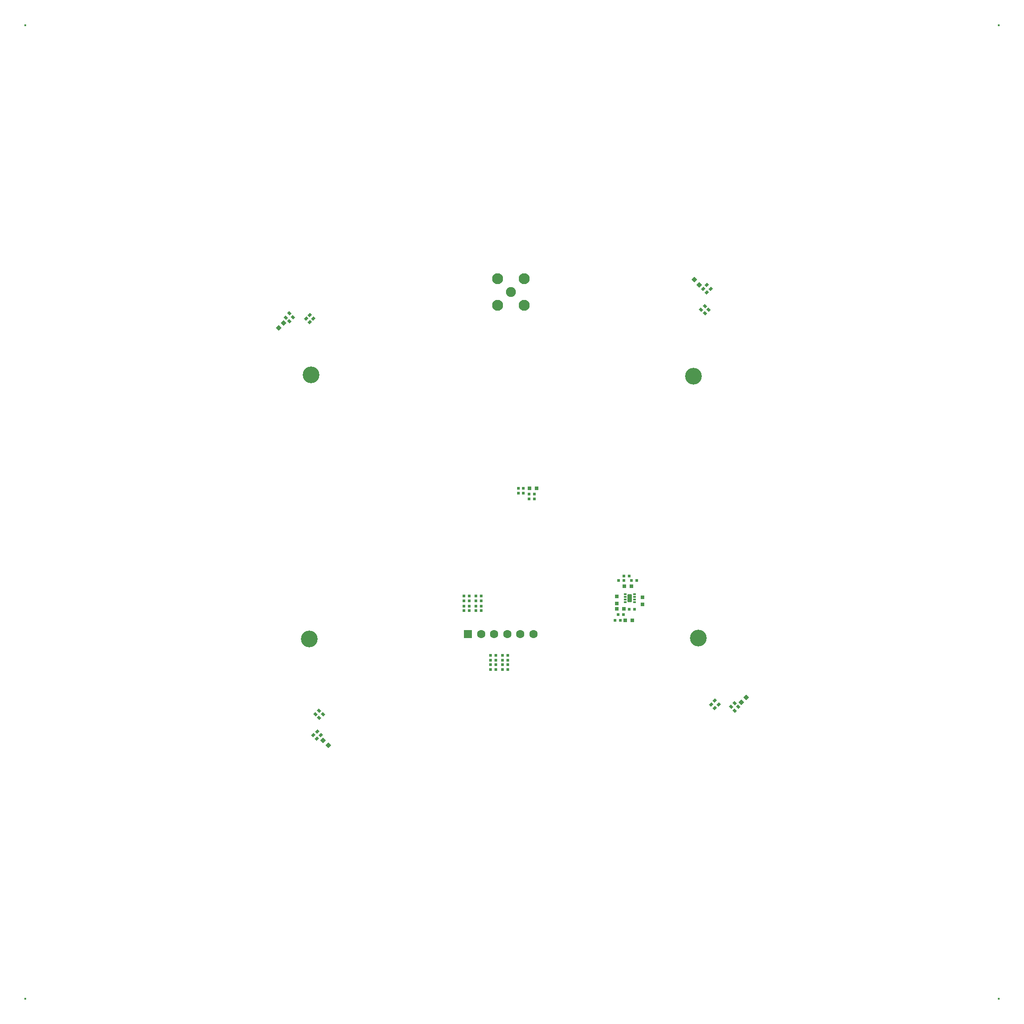
<source format=gbr>
G04*
G04 #@! TF.GenerationSoftware,Altium Limited,Altium Designer,25.0.2 (28)*
G04*
G04 Layer_Color=255*
%FSLAX24Y24*%
%MOIN*%
G70*
G04*
G04 #@! TF.SameCoordinates,4B7BC283-7035-4C9F-97D5-5998C8FB6373*
G04*
G04*
G04 #@! TF.FilePolarity,Positive*
G04*
G01*
G75*
%ADD14R,0.0236X0.0217*%
G04:AMPARAMS|DCode=20|XSize=19.7mil|YSize=23.6mil|CornerRadius=0mil|HoleSize=0mil|Usage=FLASHONLY|Rotation=135.000|XOffset=0mil|YOffset=0mil|HoleType=Round|Shape=Rectangle|*
%AMROTATEDRECTD20*
4,1,4,0.0153,0.0014,-0.0014,-0.0153,-0.0153,-0.0014,0.0014,0.0153,0.0153,0.0014,0.0*
%
%ADD20ROTATEDRECTD20*%

G04:AMPARAMS|DCode=22|XSize=19.7mil|YSize=23.6mil|CornerRadius=0mil|HoleSize=0mil|Usage=FLASHONLY|Rotation=45.000|XOffset=0mil|YOffset=0mil|HoleType=Round|Shape=Rectangle|*
%AMROTATEDRECTD22*
4,1,4,0.0014,-0.0153,-0.0153,0.0014,-0.0014,0.0153,0.0153,-0.0014,0.0014,-0.0153,0.0*
%
%ADD22ROTATEDRECTD22*%

%ADD70C,0.0630*%
%ADD71R,0.0600X0.0630*%
%ADD72C,0.0748*%
%ADD73C,0.0827*%
%ADD74C,0.0157*%
%ADD75C,0.1260*%
%ADD80R,0.0236X0.0197*%
G04:AMPARAMS|DCode=81|XSize=11.8mil|YSize=21.7mil|CornerRadius=3mil|HoleSize=0mil|Usage=FLASHONLY|Rotation=270.000|XOffset=0mil|YOffset=0mil|HoleType=Round|Shape=RoundedRectangle|*
%AMROUNDEDRECTD81*
21,1,0.0118,0.0157,0,0,270.0*
21,1,0.0059,0.0217,0,0,270.0*
1,1,0.0059,-0.0079,-0.0030*
1,1,0.0059,-0.0079,0.0030*
1,1,0.0059,0.0079,0.0030*
1,1,0.0059,0.0079,-0.0030*
%
%ADD81ROUNDEDRECTD81*%
G04:AMPARAMS|DCode=82|XSize=63mil|YSize=33.5mil|CornerRadius=8.4mil|HoleSize=0mil|Usage=FLASHONLY|Rotation=270.000|XOffset=0mil|YOffset=0mil|HoleType=Round|Shape=RoundedRectangle|*
%AMROUNDEDRECTD82*
21,1,0.0630,0.0167,0,0,270.0*
21,1,0.0463,0.0335,0,0,270.0*
1,1,0.0167,-0.0084,-0.0231*
1,1,0.0167,-0.0084,0.0231*
1,1,0.0167,0.0084,0.0231*
1,1,0.0167,0.0084,-0.0231*
%
%ADD82ROUNDEDRECTD82*%
%ADD83R,0.0295X0.0315*%
G04:AMPARAMS|DCode=84|XSize=31.5mil|YSize=29.5mil|CornerRadius=0mil|HoleSize=0mil|Usage=FLASHONLY|Rotation=225.000|XOffset=0mil|YOffset=0mil|HoleType=Round|Shape=Rectangle|*
%AMROTATEDRECTD84*
4,1,4,0.0007,0.0216,0.0216,0.0007,-0.0007,-0.0216,-0.0216,-0.0007,0.0007,0.0216,0.0*
%
%ADD84ROTATEDRECTD84*%

G04:AMPARAMS|DCode=85|XSize=31.5mil|YSize=29.5mil|CornerRadius=0mil|HoleSize=0mil|Usage=FLASHONLY|Rotation=135.000|XOffset=0mil|YOffset=0mil|HoleType=Round|Shape=Rectangle|*
%AMROTATEDRECTD85*
4,1,4,0.0216,-0.0007,0.0007,-0.0216,-0.0216,0.0007,-0.0007,0.0216,0.0216,-0.0007,0.0*
%
%ADD85ROTATEDRECTD85*%

%ADD86R,0.0315X0.0295*%
D14*
X36114Y31912D02*
D03*
X35720D02*
D03*
X36626Y31912D02*
D03*
X37020D02*
D03*
X38122Y28558D02*
D03*
X37728D02*
D03*
X38634D02*
D03*
X39028D02*
D03*
X47768Y34542D02*
D03*
X48161D02*
D03*
X48713Y34188D02*
D03*
X48319D02*
D03*
X47728Y31629D02*
D03*
X47335D02*
D03*
X47374Y34188D02*
D03*
X47768D02*
D03*
X48555Y32023D02*
D03*
X48161D02*
D03*
X39028Y28204D02*
D03*
X38634D02*
D03*
X37728D02*
D03*
X38122D02*
D03*
X37020Y32267D02*
D03*
X36626D02*
D03*
X35720Y32267D02*
D03*
X36114D02*
D03*
X39028Y27849D02*
D03*
X38634D02*
D03*
X37728D02*
D03*
X38122D02*
D03*
X37020Y32661D02*
D03*
X36626D02*
D03*
X35720D02*
D03*
X36114D02*
D03*
X47098Y31196D02*
D03*
X47492D02*
D03*
D20*
X23849Y53891D02*
D03*
X24127Y54170D02*
D03*
X24679Y22831D02*
D03*
X24400Y22553D02*
D03*
X54878Y24860D02*
D03*
X54600Y24581D02*
D03*
X54006Y55860D02*
D03*
X54285Y56138D02*
D03*
X54009Y56414D02*
D03*
X53731Y56135D02*
D03*
X54321Y24876D02*
D03*
X54600Y25154D02*
D03*
X24676Y22277D02*
D03*
X24954Y22556D02*
D03*
X24403Y53894D02*
D03*
X24125Y53616D02*
D03*
D22*
X22868Y54009D02*
D03*
X22589Y54288D02*
D03*
X24836Y23852D02*
D03*
X24558Y24130D02*
D03*
X55817Y24682D02*
D03*
X56096Y24403D02*
D03*
X53849Y54839D02*
D03*
X54127Y54561D02*
D03*
X53852Y54285D02*
D03*
X53573Y54563D02*
D03*
X24833Y24401D02*
D03*
X25112Y24122D02*
D03*
X22314Y53973D02*
D03*
X22592Y53695D02*
D03*
X56371Y24679D02*
D03*
X56093Y24957D02*
D03*
D70*
X40953Y30169D02*
D03*
X38984D02*
D03*
X38000D02*
D03*
X37016D02*
D03*
X39969D02*
D03*
D71*
X36031D02*
D03*
D72*
X39260Y55886D02*
D03*
D73*
X40260Y56886D02*
D03*
X38260D02*
D03*
Y54886D02*
D03*
X40260D02*
D03*
D74*
X2740Y2740D02*
D03*
X75968D02*
D03*
Y75969D02*
D03*
X2740D02*
D03*
D75*
X24087Y29795D02*
D03*
X24228Y49657D02*
D03*
X53354Y29868D02*
D03*
X53008Y49547D02*
D03*
D80*
X40209Y40763D02*
D03*
X39815D02*
D03*
X41035Y40330D02*
D03*
X40642D02*
D03*
X38634Y27495D02*
D03*
X39028D02*
D03*
X40642Y40684D02*
D03*
X41035D02*
D03*
X39815Y41117D02*
D03*
X40209D02*
D03*
X36114Y33015D02*
D03*
X35720D02*
D03*
X36626D02*
D03*
X37020D02*
D03*
X38122Y27495D02*
D03*
X37728D02*
D03*
D81*
X47844Y32566D02*
D03*
Y32763D02*
D03*
Y32960D02*
D03*
Y33157D02*
D03*
X48549Y32566D02*
D03*
Y32763D02*
D03*
Y32960D02*
D03*
Y33157D02*
D03*
D82*
X48197Y32861D02*
D03*
D83*
X47856Y31196D02*
D03*
X48388D02*
D03*
X41183Y41117D02*
D03*
X40652D02*
D03*
X47226Y32062D02*
D03*
X47758D02*
D03*
X48337Y33755D02*
D03*
X47805D02*
D03*
D84*
X53052Y56817D02*
D03*
X53428Y56441D02*
D03*
X25139Y22171D02*
D03*
X25515Y21795D02*
D03*
D85*
X56596Y25024D02*
D03*
X56971Y25400D02*
D03*
X22168Y53556D02*
D03*
X21792Y53180D02*
D03*
D86*
X49165Y32918D02*
D03*
Y32387D02*
D03*
X47217Y32466D02*
D03*
Y32997D02*
D03*
M02*

</source>
